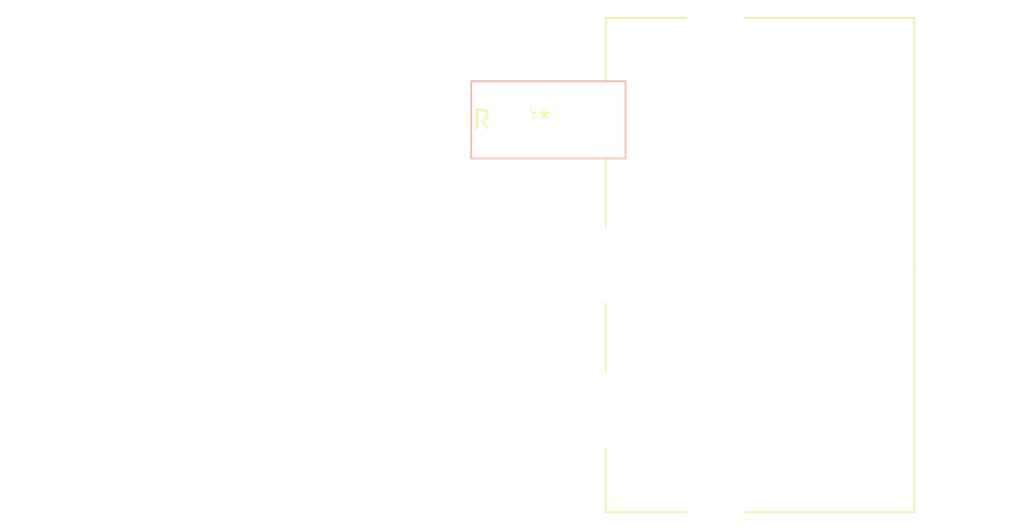
<source format=kicad_pcb>
(kicad_pcb (version 20240108) (generator pcbnew)
  (layers (0 "F.Cu" signal) (31 "B.Cu" signal) (34 "B.Paste" user) (35 "F.Paste" user) (36 "B.SilkS" user "B.Silkscreen") (37 "F.SilkS" user "F.Silkscreen") (38 "B.Mask" user) (39 "F.Mask" user) (44 "Edge.Cuts" user))
  (net 0 "")
  (footprint "Molex_Mini-Fit_Sr_42820-32XX_1x03_P10.00mm_Horizontal_ThermalVias" (layer "F.Cu") (at 0 0)
    (property "Reference" "REF**")
    (property "Value" "Molex_Mini-Fit_Sr_42820-32XX_1x03_P10.00mm_Horizontal_ThermalVias")
    (fp_line (start -2.81 -2.66) (end -2.81 2.66) (layer "B.SilkS") (stroke (width 0.12)))
    (fp_line (start -2.81 2.66) (end 7.81 2.66) (layer "B.SilkS") (stroke (width 0.12)))
    (fp_line (start 7.81 -2.66) (end -2.81 -2.66) (layer "B.SilkS") (stroke (width 0.12)))
    (fp_line (start 7.81 2.66) (end 7.81 -2.66) (layer "B.SilkS") (stroke (width 0.12)))
    (fp_line (start 6.45 -7.02) (end 12 -7.02) (layer "F.SilkS") (stroke (width 0.12)))
    (fp_line (start 6.45 -2.66) (end -2.55 -2.66) (layer "F.SilkS") (stroke (width 0.12)))
    (fp_line (start 6.45 -2.66) (end 6.45 -7.02) (layer "F.SilkS") (stroke (width 0.12)))
    (fp_line (start 6.45 2.66) (end 6.45 7.34) (layer "F.SilkS") (stroke (width 0.12)))
    (fp_line (start 6.45 12.66) (end 6.45 17.34) (layer "F.SilkS") (stroke (width 0.12)))
    (fp_line (start 6.45 22.66) (end 6.45 27.02) (layer "F.SilkS") (stroke (width 0.12)))
    (fp_line (start 6.45 27.02) (end 12 27.02) (layer "F.SilkS") (stroke (width 0.12)))
    (fp_line (start 16 -7.02) (end 27.67 -7.02) (layer "F.SilkS") (stroke (width 0.12)))
    (fp_line (start 16 27.02) (end 27.67 27.02) (layer "F.SilkS") (stroke (width 0.12)))
    (fp_line (start 27.67 -7.02) (end 27.67 10) (layer "F.SilkS") (stroke (width 0.12)))
    (fp_line (start 27.67 27.02) (end 27.67 10) (layer "F.SilkS") (stroke (width 0.12)))
    (pad "" thru_hole circle (at 14 -5.73) (size 4 4) (drill 3) (layers *.Cu *.Mask) (remove_unused_layers))
    (pad "" thru_hole circle (at 14 25.73) (size 4 4) (drill 3) (layers *.Cu *.Mask) (remove_unused_layers))
    (pad "1" thru_hole roundrect (at -2.1 -1.95) (size 0.6 0.6) (drill 0.3) (layers *.Cu *.Mask) (remove_unused_layers))
    (pad "1" thru_hole roundrect (at -2.1 0) (size 0.6 0.6) (drill 0.3) (layers *.Cu *.Mask) (remove_unused_layers))
    (pad "1" thru_hole roundrect (at -2.1 1.95) (size 0.6 0.6) (drill 0.3) (layers *.Cu *.Mask) (remove_unused_layers))
    (pad "1" thru_hole rect (at 0 0) (size 5.1 4.8) (drill 2.8) (layers *.Cu *.Mask) (remove_unused_layers))
    (pad "1" thru_hole roundrect (at 0.2 -1.95) (size 0.6 0.6) (drill 0.3) (layers *.Cu *.Mask) (remove_unused_layers))
    (pad "1" thru_hole roundrect (at 0.2 1.95) (size 0.6 0.6) (drill 0.3) (layers *.Cu *.Mask) (remove_unused_layers))
    (pad "1" thru_hole roundrect (at 2.5 -1.95) (size 0.6 0.6) (drill 0.3) (layers *.Cu *.Mask) (remove_unused_layers))
    (pad "1" thru_hole roundrect (at 2.5 0) (size 0.6 0.6) (drill 0.3) (layers *.Cu *.Mask) (remove_unused_layers))
    (pad "1" thru_hole roundrect (at 2.5 1.95) (size 0.6 0.6) (drill 0.3) (layers *.Cu *.Mask) (remove_unused_layers))
    (pad "1" thru_hole roundrect (at 4.8 -1.95) (size 0.6 0.6) (drill 0.3) (layers *.Cu *.Mask) (remove_unused_layers))
    (pad "1" thru_hole roundrect (at 4.8 1.95) (size 0.6 0.6) (drill 0.3) (layers *.Cu *.Mask) (remove_unused_layers))
    (pad "1" thru_hole rect (at 5 0) (size 5.1 4.8) (drill 2.8) (layers *.Cu *.Mask) (remove_unused_layers))
    (pad "1" thru_hole roundrect (at 7.1 -1.95) (size 0.6 0.6) (drill 0.3) (layers *.Cu *.Mask) (remove_unused_layers))
    (pad "1" thru_hole roundrect (at 7.1 0) (size 0.6 0.6) (drill 0.3) (layers *.Cu *.Mask) (remove_unused_layers))
    (pad "1" thru_hole roundrect (at 7.1 1.95) (size 0.6 0.6) (drill 0.3) (layers *.Cu *.Mask) (remove_unused_layers))
    (pad "2" thru_hole circle (at -2.1 8.05) (size 0.6 0.6) (drill 0.3) (layers *.Cu *.Mask) (remove_unused_layers))
    (pad "2" thru_hole circle (at -2.1 10) (size 0.6 0.6) (drill 0.3) (layers *.Cu *.Mask) (remove_unused_layers))
    (pad "2" thru_hole circle (at -2.1 11.95) (size 0.6 0.6) (drill 0.3) (layers *.Cu *.Mask) (remove_unused_layers))
    (pad "2" thru_hole rect (at 0 10) (size 5.1 4.8) (drill 2.8) (layers *.Cu *.Mask) (remove_unused_layers))
    (pad "2" thru_hole circle (at 0.2 8.05) (size 0.6 0.6) (drill 0.3) (layers *.Cu *.Mask) (remove_unused_layers))
    (pad "2" thru_hole circle (at 0.2 11.95) (size 0.6 0.6) (drill 0.3) (layers *.Cu *.Mask) (remove_unused_layers))
    (pad "2" thru_hole circle (at 2.5 8.05) (size 0.6 0.6) (drill 0.3) (layers *.Cu *.Mask) (remove_unused_layers))
    (pad "2" thru_hole circle (at 2.5 10) (size 0.6 0.6) (drill 0.3) (layers *.Cu *.Mask) (remove_unused_layers))
    (pad "2" thru_hole circle (at 2.5 11.95) (size 0.6 0.6) (drill 0.3) (layers *.Cu *.Mask) (remove_unused_layers))
    (pad "2" thru_hole circle (at 4.8 8.05) (size 0.6 0.6) (drill 0.3) (layers *.Cu *.Mask) (remove_unused_layers))
    (pad "2" thru_hole circle (at 4.8 11.95) (size 0.6 0.6) (drill 0.3) (layers *.Cu *.Mask) (remove_unused_layers))
    (pad "2" thru_hole rect (at 5 10) (size 5.1 4.8) (drill 2.8) (layers *.Cu *.Mask) (remove_unused_layers))
    (pad "2" thru_hole circle (at 7.1 8.05) (size 0.6 0.6) (drill 0.3) (layers *.Cu *.Mask) (remove_unused_layers))
    (pad "2" thru_hole circle (at 7.1 10) (size 0.6 0.6) (drill 0.3) (layers *.Cu *.Mask) (remove_unused_layers))
    (pad "2" thru_hole circle (at 7.1 11.95) (size 0.6 0.6) (drill 0.3) (layers *.Cu *.Mask) (remove_unused_layers))
    (pad "3" thru_hole circle (at -2.1 18.05) (size 0.6 0.6) (drill 0.3) (layers *.Cu *.Mask) (remove_unused_layers))
    (pad "3" thru_hole circle (at -2.1 20) (size 0.6 0.6) (drill 0.3) (layers *.Cu *.Mask) (remove_unused_layers))
    (pad "3" thru_hole circle (at -2.1 21.95) (size 0.6 0.6) (drill 0.3) (layers *.Cu *.Mask) (remove_unused_layers))
    (pad "3" thru_hole rect (at 0 20) (size 5.1 4.8) (drill 2.8) (layers *.Cu *.Mask) (remove_unused_layers))
    (pad "3" thru_hole circle (at 0.2 18.05) (size 0.6 0.6) (drill 0.3) (layers *.Cu *.Mask) (remove_unused_layers))
    (pad "3" thru_hole circle (at 0.2 21.95) (size 0.6 0.6) (drill 0.3) (layers *.Cu *.Mask) (remove_unused_layers))
    (pad "3" thru_hole circle (at 2.5 18.05) (size 0.6 0.6) (drill 0.3) (layers *.Cu *.Mask) (remove_unused_layers))
    (pad "3" thru_hole circle (at 2.5 20) (size 0.6 0.6) (drill 0.3) (layers *.Cu *.Mask) (remove_unused_layers))
    (pad "3" thru_hole circle (at 2.5 21.95) (size 0.6 0.6) (drill 0.3) (layers *.Cu *.Mask) (remove_unused_layers))
    (pad "3" thru_hole circle (at 4.8 18.05) (size 0.6 0.6) (drill 0.3) (layers *.Cu *.Mask) (remove_unused_layers))
    (pad "3" thru_hole circle (at 4.8 21.95) (size 0.6 0.6) (drill 0.3) (layers *.Cu *.Mask) (remove_unused_layers))
    (pad "3" thru_hole rect (at 5 20) (size 5.1 4.8) (drill 2.8) (layers *.Cu *.Mask) (remove_unused_layers))
    (pad "3" thru_hole circle (at 7.1 18.05) (size 0.6 0.6) (drill 0.3) (layers *.Cu *.Mask) (remove_unused_layers))
    (pad "3" thru_hole circle (at 7.1 20) (size 0.6 0.6) (drill 0.3) (layers *.Cu *.Mask) (remove_unused_layers))
    (pad "3" thru_hole circle (at 7.1 21.95) (size 0.6 0.6) (drill 0.3) (layers *.Cu *.Mask) (remove_unused_layers))
  )
)
</source>
